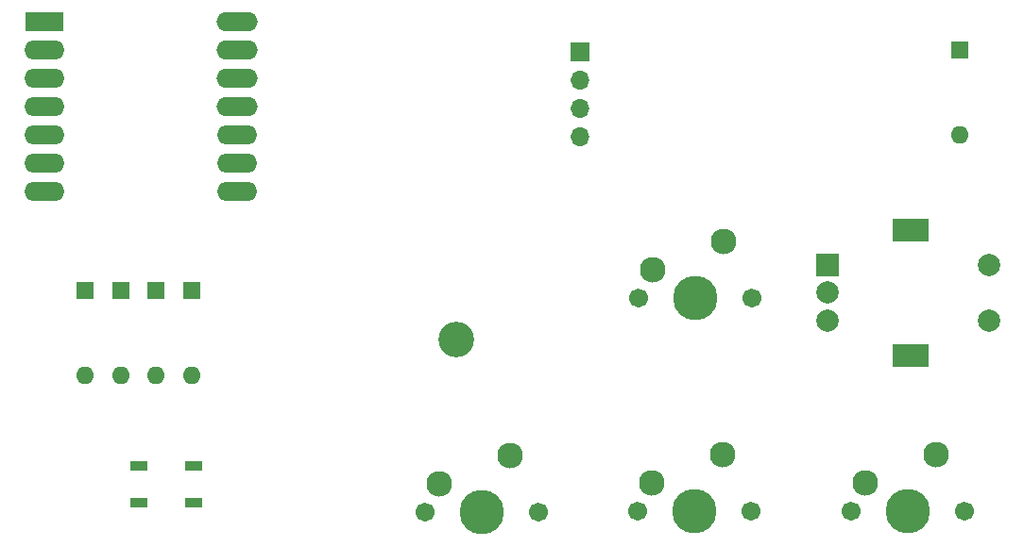
<source format=gbr>
%TF.GenerationSoftware,KiCad,Pcbnew,8.0.0*%
%TF.CreationDate,2024-10-07T09:35:36-04:00*%
%TF.ProjectId,orpheuspad_pcb,6f727068-6575-4737-9061-645f7063622e,rev?*%
%TF.SameCoordinates,Original*%
%TF.FileFunction,Soldermask,Bot*%
%TF.FilePolarity,Negative*%
%FSLAX46Y46*%
G04 Gerber Fmt 4.6, Leading zero omitted, Abs format (unit mm)*
G04 Created by KiCad (PCBNEW 8.0.0) date 2024-10-07 09:35:36*
%MOMM*%
%LPD*%
G01*
G04 APERTURE LIST*
%ADD10R,1.600000X1.600000*%
%ADD11O,1.600000X1.600000*%
%ADD12R,3.500000X1.700000*%
%ADD13O,3.600000X1.700000*%
%ADD14O,3.700000X1.700000*%
%ADD15R,1.700000X1.700000*%
%ADD16O,1.700000X1.700000*%
%ADD17C,1.701800*%
%ADD18C,3.987800*%
%ADD19C,2.300000*%
%ADD20R,2.000000X2.000000*%
%ADD21C,2.000000*%
%ADD22R,3.200000X2.000000*%
%ADD23C,3.200000*%
%ADD24R,1.500000X0.900000*%
G04 APERTURE END LIST*
D10*
%TO.C,D4*%
X110331250Y-99695000D03*
D11*
X110331250Y-107315000D03*
%TD*%
D12*
%TO.C,U1*%
X103511000Y-75565000D03*
D13*
X103511000Y-78105000D03*
X103511000Y-80645000D03*
X103511000Y-83185000D03*
X103511000Y-85725000D03*
X103511000Y-88265000D03*
X103511000Y-90805000D03*
X120761000Y-90805000D03*
X120761000Y-88265000D03*
X120761000Y-85725000D03*
D14*
X120761000Y-83185000D03*
X120761000Y-80645000D03*
X120761000Y-78105000D03*
X120761000Y-75565000D03*
%TD*%
D10*
%TO.C,D1*%
X113506250Y-99695000D03*
D11*
X113506250Y-107315000D03*
%TD*%
D15*
%TO.C,J1*%
X151511000Y-78232000D03*
D16*
X151511000Y-80772000D03*
X151511000Y-83312000D03*
X151511000Y-85852000D03*
%TD*%
D17*
%TO.C,SW4*%
X156658000Y-119475250D03*
D18*
X161738000Y-119475250D03*
D17*
X166818000Y-119475250D03*
D19*
X157928000Y-116935250D03*
X164278000Y-114395250D03*
%TD*%
D17*
%TO.C,SW5*%
X175835000Y-119475250D03*
D18*
X180915000Y-119475250D03*
D17*
X185995000Y-119475250D03*
D19*
X177105000Y-116935250D03*
X183455000Y-114395250D03*
%TD*%
D10*
%TO.C,D2*%
X107156250Y-99695000D03*
D11*
X107156250Y-107315000D03*
%TD*%
D20*
%TO.C,ENCODER*%
X173669000Y-97365750D03*
D21*
X173669000Y-102365750D03*
X173669000Y-99865750D03*
D22*
X181169000Y-94265750D03*
X181169000Y-105465750D03*
D21*
X188169000Y-102365750D03*
X188169000Y-97365750D03*
%TD*%
D23*
%TO.C,REF\u002A\u002A*%
X140397000Y-104072750D03*
%TD*%
D10*
%TO.C,D3*%
X116681250Y-99695000D03*
D11*
X116681250Y-107315000D03*
%TD*%
D10*
%TO.C,D9*%
X185547000Y-78105000D03*
D11*
X185547000Y-85725000D03*
%TD*%
D17*
%TO.C,SW3*%
X137608000Y-119520000D03*
D18*
X142688000Y-119520000D03*
D17*
X147768000Y-119520000D03*
D19*
X138878000Y-116980000D03*
X145228000Y-114440000D03*
%TD*%
D17*
%TO.C,SW2*%
X156718000Y-100330000D03*
D18*
X161798000Y-100330000D03*
D17*
X166878000Y-100330000D03*
D19*
X157988000Y-97790000D03*
X164338000Y-95250000D03*
%TD*%
D24*
%TO.C,D5*%
X116840000Y-115445000D03*
X116840000Y-118745000D03*
X111940000Y-118745000D03*
X111940000Y-115445000D03*
%TD*%
M02*

</source>
